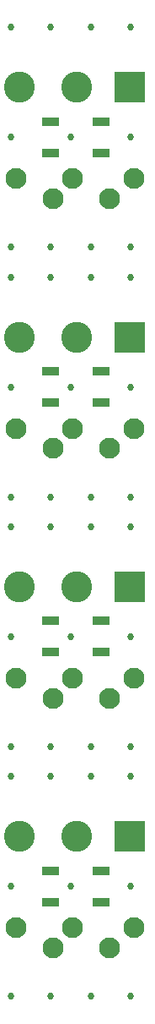
<source format=gbs>
%FSLAX33Y33*%
%MOMM*%
%AMRect-W820710-H1670710-RO1.500*
21,1,0.82071,1.67071,0.,0.,90*%
%AMRect-W3100000-H3100000-RO1.500*
21,1,3.1,3.1,0.,0.,90*%
%ADD10C,0.68834*%
%ADD11C,2.1*%
%ADD12Rect-W820710-H1670710-RO1.500*%
%ADD13C,3.1*%
%ADD14Rect-W3100000-H3100000-RO1.500*%
D10*
%LNbottom solder mask_traces*%
G01*
X13500Y98500D03*
X13500Y76500D03*
X1500Y76500D03*
X1500Y37500D03*
X1500Y51500D03*
X1500Y1500D03*
X13500Y37500D03*
X5500Y26500D03*
X7500Y12500D03*
X1500Y12500D03*
X9500Y76500D03*
X1500Y26500D03*
X13500Y26500D03*
X13500Y23500D03*
X5500Y23500D03*
X5500Y1500D03*
X9500Y1500D03*
X7500Y37500D03*
X7500Y62500D03*
X9500Y51500D03*
X9500Y73500D03*
X1500Y23500D03*
X1500Y48500D03*
X5500Y73500D03*
X5500Y98500D03*
X1500Y98500D03*
X13500Y62500D03*
X9500Y23500D03*
X13500Y87500D03*
X9500Y26500D03*
X5500Y51500D03*
X13500Y12500D03*
X9500Y48500D03*
X7500Y87500D03*
X1500Y73500D03*
X13500Y51500D03*
X1500Y62500D03*
X5500Y76500D03*
X5500Y48500D03*
X13500Y73500D03*
X1500Y87500D03*
X9500Y98500D03*
X13500Y1500D03*
X13500Y48500D03*
%LNbottom solder mask component 3fb5e9521f601311*%
D11*
X13800Y58350D03*
X7650Y58350D03*
X5750Y56350D03*
X11350Y56350D03*
X2000Y58350D03*
%LNbottom solder mask component 6f1e0c6a26414b7d*%
D12*
X10500Y35925D03*
X10500Y39075D03*
%LNbottom solder mask component bc51556ce41564e0*%
X5500Y60925D03*
X5500Y64075D03*
%LNbottom solder mask component 4b71c591f59c26dc*%
D13*
X8100Y17500D03*
X2300Y17500D03*
D14*
X13400Y17500D03*
%LNbottom solder mask component 2b672832dfb926b3*%
D13*
X8100Y42500D03*
X2300Y42500D03*
D14*
X13400Y42500D03*
%LNbottom solder mask component 3ce0a186223d8698*%
D13*
X8100Y92500D03*
X2300Y92500D03*
D14*
X13400Y92500D03*
%LNbottom solder mask component cc2776c741d44b0f*%
D11*
X13800Y83350D03*
X7650Y83350D03*
X5750Y81350D03*
X11350Y81350D03*
X2000Y83350D03*
%LNbottom solder mask component 3c7ebbcfeb0a4b8a*%
X13800Y33350D03*
X7650Y33350D03*
X5750Y31350D03*
X11350Y31350D03*
X2000Y33350D03*
%LNbottom solder mask component a0d7690caaceb52f*%
D13*
X8100Y67500D03*
X2300Y67500D03*
D14*
X13400Y67500D03*
%LNbottom solder mask component 7abbdc99b1714215*%
D12*
X10500Y10925D03*
X10500Y14075D03*
%LNbottom solder mask component 5e411d710d0bee9a*%
X10500Y60925D03*
X10500Y64075D03*
%LNbottom solder mask component 0dfe2a07031751d2*%
X10500Y85925D03*
X10500Y89075D03*
%LNbottom solder mask component ce23236c6142b4f9*%
X5500Y10925D03*
X5500Y14075D03*
%LNbottom solder mask component 1a80c549fdb419d6*%
D11*
X13800Y8350D03*
X7650Y8350D03*
X5750Y6350D03*
X11350Y6350D03*
X2000Y8350D03*
%LNbottom solder mask component eb79b2d2ed9a7b07*%
D12*
X5500Y35925D03*
X5500Y39075D03*
%LNbottom solder mask component 6d7f68b2cb7460d9*%
X5500Y85925D03*
X5500Y89075D03*
M02*
</source>
